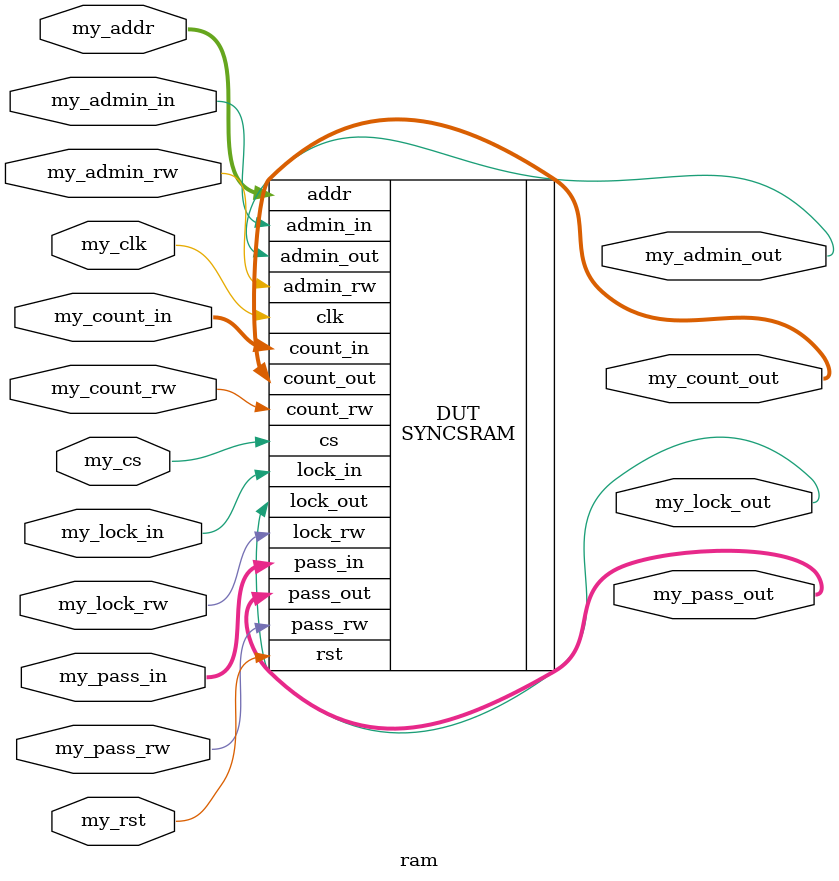
<source format=v>
`timescale 1ns / 1ps
module ram(my_clk, my_rst, my_cs, my_pass_rw, my_admin_rw, my_lock_rw, my_count_rw,
 my_addr, my_pass_in, my_count_in, my_admin_in, my_lock_in, my_pass_out, my_count_out, my_admin_out, my_lock_out);

input my_clk, my_rst, my_cs, my_pass_rw, my_admin_rw, my_lock_rw, my_count_rw;
input [12:1]my_addr;
input [16:1]my_pass_in;
input [4:1] my_count_in;
input my_admin_in, my_lock_in;    
output [16:1]my_pass_out;
output [4:1] my_count_out;
output my_admin_out, my_lock_out;  
       
       
SYNCSRAM DUT(
          .clk(my_clk), 
          .rst(my_rst),
          .cs(my_cs),  //chip select
// read/write control   // read=0/write=1
          .pass_rw(my_pass_rw), 
          .admin_rw(my_admin_rw),
          .lock_rw(my_lock_rw),
          .count_rw(my_count_rw),
// address
          .addr(my_addr),// address
//input data
          .pass_in(my_pass_in),
          .count_in(my_count_in),
          .admin_in(my_admin_in),
          .lock_in(my_lock_in),
// output data
          .pass_out(my_pass_out), // data
          .count_out(my_count_out), // user try count
          .admin_out(my_admin_out),
          .lock_out(my_lock_out));
    
endmodule

</source>
